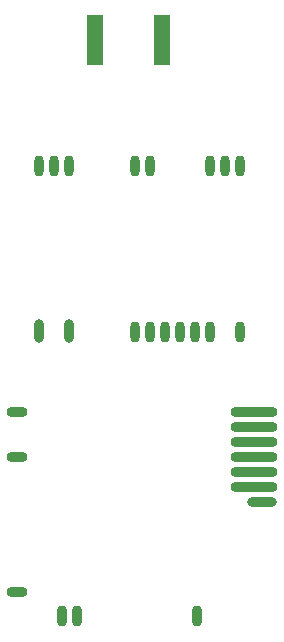
<source format=gbr>
G04 #@! TF.GenerationSoftware,KiCad,Pcbnew,(5.1.6)-1*
G04 #@! TF.CreationDate,2020-07-19T17:34:05+08:00*
G04 #@! TF.ProjectId,ESP32GW,45535033-3247-4572-9e6b-696361645f70,rev?*
G04 #@! TF.SameCoordinates,Original*
G04 #@! TF.FileFunction,Paste,Bot*
G04 #@! TF.FilePolarity,Positive*
%FSLAX46Y46*%
G04 Gerber Fmt 4.6, Leading zero omitted, Abs format (unit mm)*
G04 Created by KiCad (PCBNEW (5.1.6)-1) date 2020-07-19 17:34:05*
%MOMM*%
%LPD*%
G01*
G04 APERTURE LIST*
%ADD10O,4.000000X0.900000*%
%ADD11O,2.500000X0.900000*%
%ADD12O,0.900000X1.800000*%
%ADD13O,1.800000X0.900000*%
%ADD14O,0.800000X1.800000*%
%ADD15O,0.800000X2.000000*%
%ADD16R,1.350000X4.200000*%
G04 APERTURE END LIST*
D10*
X169010840Y-105638660D03*
X169010840Y-106908660D03*
X169010840Y-108178660D03*
X169010840Y-109448660D03*
X169010840Y-110718660D03*
X169010840Y-111988660D03*
D11*
X169710840Y-113258660D03*
D12*
X164210840Y-122878660D03*
X154050840Y-122878660D03*
X152780840Y-122878660D03*
D13*
X149010840Y-120878660D03*
X149010840Y-109448660D03*
X149010840Y-105638660D03*
D14*
X150866060Y-84780600D03*
X158968440Y-84785680D03*
D15*
X150866060Y-98780600D03*
D14*
X167858440Y-98785680D03*
D15*
X153406060Y-98780600D03*
D14*
X160238440Y-84785680D03*
X165318440Y-84785680D03*
X166588440Y-84785680D03*
X167858440Y-84785680D03*
X165318440Y-98785680D03*
X164048440Y-98785680D03*
X162778440Y-98785680D03*
X161508440Y-98785680D03*
X160238440Y-98785680D03*
X158968440Y-98785680D03*
X152136060Y-84780600D03*
X153406060Y-84780600D03*
D16*
X155615540Y-74094340D03*
X161265540Y-74094340D03*
M02*

</source>
